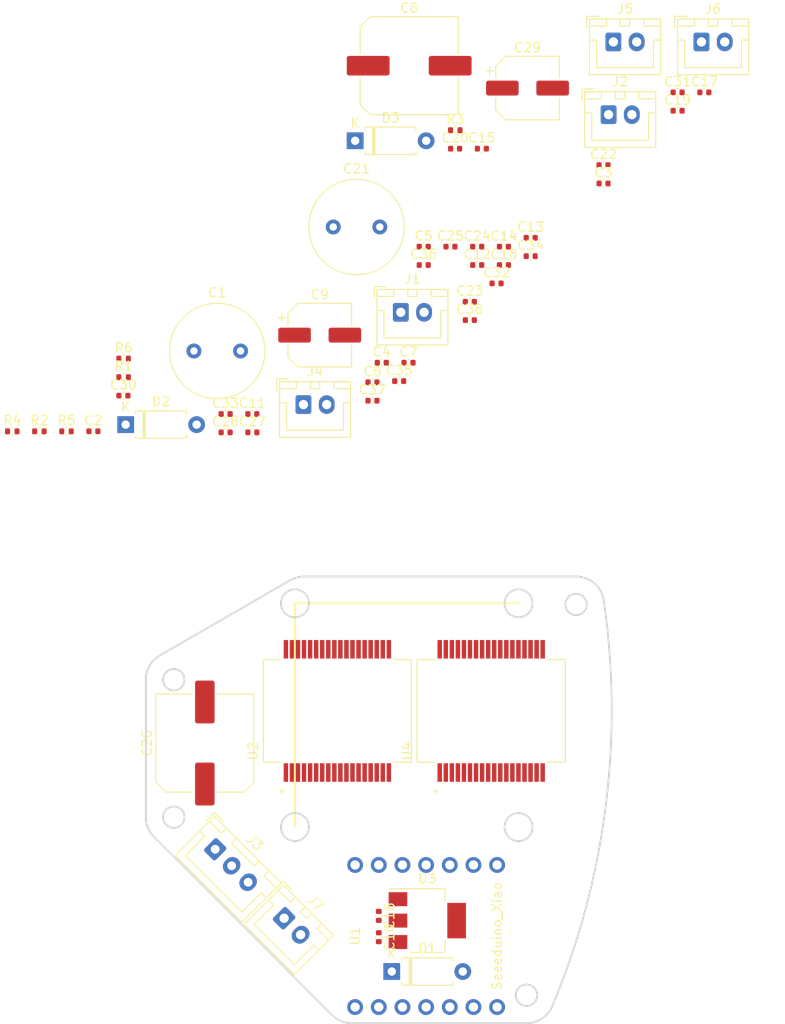
<source format=kicad_pcb>
(kicad_pcb (version 20211014) (generator pcbnew)
  (layers (0 "F.Cu" signal) (31 "B.Cu" signal) (34 "B.Paste" user) (35 "F.Paste" user) (36 "B.SilkS" user "B.Silkscreen") (37 "F.SilkS" user "F.Silkscreen") (38 "B.Mask" user) (39 "F.Mask" user) (44 "Edge.Cuts" user))
  (net 0 "")
  (net 1 "+12V")
  (net 2 "GND")
  (net 3 "Net-(C4-Pad1)")
  (net 4 "Net-(C8-Pad2)")
  (net 5 "+5V")
  (net 6 "Net-(C13-Pad1)")
  (net 7 "Net-(C13-Pad2)")
  (net 8 "Net-(C15-Pad1)")
  (net 9 "Net-(C15-Pad2)")
  (net 10 "+3V3")
  (net 11 "Net-(C18-Pad1)")
  (net 12 "Net-(C18-Pad2)")
  (net 13 "Net-(C20-Pad1)")
  (net 14 "Net-(C20-Pad2)")
  (net 15 "Net-(C24-Pad1)")
  (net 16 "Net-(C28-Pad2)")
  (net 17 "Net-(C32-Pad1)")
  (net 18 "Net-(C32-Pad2)")
  (net 19 "Net-(C34-Pad1)")
  (net 20 "Net-(C34-Pad2)")
  (net 21 "Net-(C36-Pad1)")
  (net 22 "Net-(C36-Pad2)")
  (net 23 "Net-(C38-Pad1)")
  (net 24 "Net-(C38-Pad2)")
  (net 25 "Net-(D2-Pad2)")
  (net 26 "Net-(D3-Pad2)")
  (net 27 "RX")
  (net 28 "TX")
  (net 29 "Net-(R2-Pad2)")
  (net 30 "Net-(R3-Pad1)")
  (net 31 "Net-(R5-Pad2)")
  (net 32 "Net-(R6-Pad1)")
  (net 33 "PWM1")
  (net 34 "PWM2")
  (net 35 "PWM3")
  (net 36 "PWM4")
  (net 37 "Reset1")
  (net 38 "Reset2")
  (net 39 "Reset3")
  (net 40 "Reset4")
  (footprint "Connector_JST:JST_XH_B2B-XH-A_1x02_P2.50mm_Vertical" (layer "F.Cu") (at 177.5818 20.3016)
    (fp_text reference "J5" (at 1.25 -3.55) (layer "F.SilkS"))
    (fp_text value "Conn_01x02_Female")
    (pad "1" thru_hole roundrect (at 0 0) (size 1.7 2) (drill 1) (layers *.Cu *.Mask) (roundrect_rratio 0.147059) (net 24 "Net-(C38-Pad2)"))
    (pad "2" thru_hole oval (at 2.5 0) (size 1.7 2) (drill 1) (layers *.Cu *.Mask) (net 22 "Net-(C36-Pad2)"))
  )
  (footprint "Capacitor_SMD:C_0402_1005Metric" (layer "F.Cu") (at 135.9618 60.2116)
    (fp_text reference "C33" (at 0 -1.16) (layer "F.SilkS"))
    (fp_text value "1μ")
    (pad "1" smd roundrect (at -0.48 0) (size 0.56 0.62) (layers "F.Cu" "F.Paste" "F.Mask") (net 1 "+12V"))
    (pad "2" smd roundrect (at 0.48 0) (size 0.56 0.62) (layers "F.Cu" "F.Paste" "F.Mask") (net 2 "GND"))
  )
  (footprint "Capacitor_SMD:C_0402_1005Metric" (layer "F.Cu") (at 152.4 116.332 -90)
    (fp_text reference "C10" (at 0 -1.16 90) (layer "F.SilkS"))
    (fp_text value "10μ")
    (pad "1" smd roundrect (at -0.48 0 270) (size 0.56 0.62) (layers "F.Cu" "F.Paste" "F.Mask") (net 2 "GND"))
    (pad "2" smd roundrect (at 0.48 0 270) (size 0.56 0.62) (layers "F.Cu" "F.Paste" "F.Mask") (net 5 "+5V"))
  )
  (footprint "Capacitor_SMD:C_0402_1005Metric" (layer "F.Cu") (at 165.8318 44.2316)
    (fp_text reference "C18" (at 0 -1.16) (layer "F.SilkS"))
    (fp_text value "100n")
    (pad "1" smd roundrect (at -0.48 0) (size 0.56 0.62) (layers "F.Cu" "F.Paste" "F.Mask") (net 11 "Net-(C18-Pad1)"))
    (pad "2" smd roundrect (at 0.48 0) (size 0.56 0.62) (layers "F.Cu" "F.Paste" "F.Mask") (net 12 "Net-(C18-Pad2)"))
  )
  (footprint "Lib:seeeduinoXIAO" (layer "F.Cu") (at 157.48 116.205 90)
    (fp_text reference "U1" (at 0 -7.62 90) (layer "F.SilkS"))
    (fp_text value "Seeeduino_Xiao" (at 0 7.62 90) (layer "F.SilkS"))
    (pad "1" thru_hole circle (at 7.62 7.62 90) (size 1.7 1.7) (drill 1) (layers *.Cu *.Mask) (net 33 "PWM1"))
    (pad "2" thru_hole circle (at 7.62 5.08 90) (size 1.7 1.7) (drill 1) (layers *.Cu *.Mask) (net 34 "PWM2"))
    (pad "3" thru_hole circle (at 7.62 2.54 90) (size 1.7 1.7) (drill 1) (layers *.Cu *.Mask) (net 35 "PWM3"))
    (pad "4" thru_hole circle (at 7.62 0 90) (size 1.7 1.7) (drill 1) (layers *.Cu *.Mask) (net 36 "PWM4"))
    (pad "5" thru_hole circle (at 7.62 -2.54 90) (size 1.7 1.7) (drill 1) (layers *.Cu *.Mask) (net 37 "Reset1"))
    (pad "6" thru_hole circle (at 7.62 -5.08 90) (size 1.7 1.7) (drill 1) (layers *.Cu *.Mask) (net 38 "Reset2"))
    (pad "7" thru_hole circle (at 7.62 -7.62 90) (size 1.7 1.7) (drill 1) (layers *.Cu *.Mask) (net 27 "RX"))
    (pad "8" thru_hole circle (at -7.62 -7.62 90) (size 1.7 1.7) (drill 1) (layers *.Cu *.Mask) (net 28 "TX"))
    (pad "9" thru_hole circle (at -7.62 -5.08 90) (size 1.7 1.7) (drill 1) (layers *.Cu *.Mask) (net 39 "Reset3"))
    (pad "10" thru_hole circle (at -7.62 -2.54 90) (size 1.7 1.7) (drill 1) (layers *.Cu *.Mask) (net 40 "Reset4"))
    (pad "11" thru_hole circle (at -7.62 0 90) (size 1.7 1.7) (drill 1) (layers *.Cu *.Mask))
    (pad "12" thru_hole circle (at -7.62 2.54 90) (size 1.7 1.7) (drill 1) (layers *.Cu *.Mask) (net 10 "+3V3"))
    (pad "13" thru_hole circle (at -7.62 5.08 90) (size 1.7 1.7) (drill 1) (layers *.Cu *.Mask) (net 2 "GND"))
    (pad "14" thru_hole circle (at -7.62 7.62 90) (size 1.7 1.7) (drill 1) (layers *.Cu *.Mask))
  )
  (footprint "Capacitor_SMD:C_0402_1005Metric" (layer "F.Cu") (at 152.4 114.046 -90)
    (fp_text reference "C16" (at 0 -1.16 90) (layer "F.SilkS"))
    (fp_text value "22μ")
    (pad "1" smd roundrect (at -0.48 0 270) (size 0.56 0.62) (layers "F.Cu" "F.Paste" "F.Mask") (net 2 "GND"))
    (pad "2" smd roundrect (at 0.48 0 270) (size 0.56 0.62) (layers "F.Cu" "F.Paste" "F.Mask") (net 10 "+3V3"))
  )
  (footprint "Capacitor_SMD:C_0402_1005Metric" (layer "F.Cu") (at 162.9618 42.2616)
    (fp_text reference "C24" (at 0 -1.16) (layer "F.SilkS"))
    (fp_text value "10n")
    (pad "1" smd roundrect (at -0.48 0) (size 0.56 0.62) (layers "F.Cu" "F.Paste" "F.Mask") (net 15 "Net-(C24-Pad1)"))
    (pad "2" smd roundrect (at 0.48 0) (size 0.56 0.62) (layers "F.Cu" "F.Paste" "F.Mask") (net 2 "GND"))
  )
  (footprint "Capacitor_SMD:C_0402_1005Metric" (layer "F.Cu") (at 151.7218 58.7816)
    (fp_text reference "C37" (at 0 -1.16) (layer "F.SilkS"))
    (fp_text value "1μ")
    (pad "1" smd roundrect (at -0.48 0) (size 0.56 0.62) (layers "F.Cu" "F.Paste" "F.Mask") (net 1 "+12V"))
    (pad "2" smd roundrect (at 0.48 0) (size 0.56 0.62) (layers "F.Cu" "F.Paste" "F.Mask") (net 2 "GND"))
  )
  (footprint "Capacitor_SMD:C_0402_1005Metric" (layer "F.Cu") (at 160.5918 31.7516)
    (fp_text reference "C20" (at 0 -1.16) (layer "F.SilkS"))
    (fp_text value "100n")
    (pad "1" smd roundrect (at -0.48 0) (size 0.56 0.62) (layers "F.Cu" "F.Paste" "F.Mask") (net 13 "Net-(C20-Pad1)"))
    (pad "2" smd roundrect (at 0.48 0) (size 0.56 0.62) (layers "F.Cu" "F.Paste" "F.Mask") (net 14 "Net-(C20-Pad2)"))
  )
  (footprint "Diode_THT:D_A-405_P7.62mm_Horizontal" (layer "F.Cu") (at 125.2318 61.3516)
    (fp_text reference "D2" (at 3.81 -2.47) (layer "F.SilkS"))
    (fp_text value "D")
    (fp_text user "K" (at 0 -1.9) (layer "F.SilkS"))
    (pad "1" thru_hole rect (at 0 0) (size 1.8 1.8) (drill 0.9) (layers *.Cu *.Mask) (net 1 "+12V"))
    (pad "2" thru_hole oval (at 7.62 0) (size 1.8 1.8) (drill 0.9) (layers *.Cu *.Mask) (net 25 "Net-(D2-Pad2)"))
  )
  (footprint "Capacitor_SMD:CP_Elec_6.3x7.7" (layer "F.Cu") (at 168.3618 25.2516)
    (fp_text reference "C29" (at 0 -4.35) (layer "F.SilkS"))
    (fp_text value "47μ")
    (pad "1" smd roundrect (at -2.7 0) (size 3.5 1.6) (layers "F.Cu" "F.Paste" "F.Mask") (roundrect_rratio 0.15625) (net 1 "+12V"))
    (pad "2" smd roundrect (at 2.7 0) (size 3.5 1.6) (layers "F.Cu" "F.Paste" "F.Mask") (roundrect_rratio 0.15625) (net 2 "GND"))
  )
  (footprint "Capacitor_SMD:C_0402_1005Metric" (layer "F.Cu") (at 165.8318 42.2616)
    (fp_text reference "C14" (at 0 -1.16) (layer "F.SilkS"))
    (fp_text value "1μ")
    (pad "1" smd roundrect (at -0.48 0) (size 0.56 0.62) (layers "F.Cu" "F.Paste" "F.Mask") (net 1 "+12V"))
    (pad "2" smd roundrect (at 0.48 0) (size 0.56 0.62) (layers "F.Cu" "F.Paste" "F.Mask") (net 2 "GND"))
  )
  (footprint "Resistor_SMD:R_0402_1005Metric" (layer "F.Cu") (at 113.0618 62.0716)
    (fp_text reference "R4" (at 0 -1.17) (layer "F.SilkS"))
    (fp_text value "3.3")
    (pad "1" smd roundrect (at -0.51 0) (size 0.54 0.64) (layers "F.Cu" "F.Paste" "F.Mask") (net 1 "+12V"))
    (pad "2" smd roundrect (at 0.51 0) (size 0.54 0.64) (layers "F.Cu" "F.Paste" "F.Mask") (net 15 "Net-(C24-Pad1)"))
  )
  (footprint "Capacitor_SMD:C_0402_1005Metric" (layer "F.Cu") (at 187.3418 25.7116)
    (fp_text reference "C17" (at 0 -1.16) (layer "F.SilkS"))
    (fp_text value "1μ")
    (pad "1" smd roundrect (at -0.48 0) (size 0.56 0.62) (layers "F.Cu" "F.Paste" "F.Mask") (net 1 "+12V"))
    (pad "2" smd roundrect (at 0.48 0) (size 0.56 0.62) (layers "F.Cu" "F.Paste" "F.Mask") (net 2 "GND"))
  )
  (footprint "Connector_JST:JST_XH_B2B-XH-A_1x02_P2.50mm_Vertical" (layer "F.Cu") (at 154.7618 49.3016)
    (fp_text reference "J1" (at 1.25 -3.55) (layer "F.SilkS"))
    (fp_text value "Conn_01x02_Female")
    (pad "1" thru_hole roundrect (at 0 0) (size 1.7 2) (drill 1) (layers *.Cu *.Mask) (roundrect_rratio 0.147059) (net 14 "Net-(C20-Pad2)"))
    (pad "2" thru_hole oval (at 2.5 0) (size 1.7 2) (drill 1) (layers *.Cu *.Mask) (net 12 "Net-(C18-Pad2)"))
  )
  (footprint "Capacitor_THT:C_Radial_D10.0mm_H20.0mm_P5.00mm" (layer "F.Cu") (at 132.5618 53.4516)
    (fp_text reference "C1" (at 2.5 -6.25) (layer "F.SilkS"))
    (fp_text value "1000μ")
    (pad "1" thru_hole circle (at 0 0) (size 1.6 1.6) (drill 0.8) (layers *.Cu *.Mask) (net 1 "+12V"))
    (pad "2" thru_hole circle (at 5 0) (size 1.6 1.6) (drill 0.8) (layers *.Cu *.Mask) (net 2 "GND"))
  )
  (footprint "Capacitor_SMD:C_0402_1005Metric" (layer "F.Cu") (at 176.5218 35.4816)
    (fp_text reference "C3" (at 0 -1.16) (layer "F.SilkS"))
    (fp_text value "100n")
    (pad "1" smd roundrect (at -0.48 0) (size 0.56 0.62) (layers "F.Cu" "F.Paste" "F.Mask") (net 1 "+12V"))
    (pad "2" smd roundrect (at 0.48 0) (size 0.56 0.62) (layers "F.Cu" "F.Paste" "F.Mask") (net 2 "GND"))
  )
  (footprint "Capacitor_SMD:C_0402_1005Metric" (layer "F.Cu") (at 168.7018 43.2816)
    (fp_text reference "C34" (at 0 -1.16) (layer "F.SilkS"))
    (fp_text value "100n")
    (pad "1" smd roundrect (at -0.48 0) (size 0.56 0.62) (layers "F.Cu" "F.Paste" "F.Mask") (net 19 "Net-(C34-Pad1)"))
    (pad "2" smd roundrect (at 0.48 0) (size 0.56 0.62) (layers "F.Cu" "F.Paste" "F.Mask") (net 20 "Net-(C34-Pad2)"))
  )
  (footprint "Capacitor_SMD:C_0402_1005Metric" (layer "F.Cu") (at 162.9618 44.2316)
    (fp_text reference "C12" (at 0 -1.16) (layer "F.SilkS"))
    (fp_text value "1μ")
    (pad "1" smd roundrect (at -0.48 0) (size 0.56 0.62) (layers "F.Cu" "F.Paste" "F.Mask") (net 1 "+12V"))
    (pad "2" smd roundrect (at 0.48 0) (size 0.56 0.62) (layers "F.Cu" "F.Paste" "F.Mask") (net 2 "GND"))
  )
  (footprint "Capacitor_SMD:C_0402_1005Metric" (layer "F.Cu") (at 121.7718 62.0616)
    (fp_text reference "C2" (at 0 -1.16) (layer "F.SilkS"))
    (fp_text value "100n")
    (pad "1" smd roundrect (at -0.48 0) (size 0.56 0.62) (layers "F.Cu" "F.Paste" "F.Mask") (net 1 "+12V"))
    (pad "2" smd roundrect (at 0.48 0) (size 0.56 0.62) (layers "F.Cu" "F.Paste" "F.Mask") (net 2 "GND"))
  )
  (footprint "Capacitor_SMD:C_0402_1005Metric" (layer "F.Cu") (at 168.7018 41.3116)
    (fp_text reference "C13" (at 0 -1.16) (layer "F.SilkS"))
    (fp_text value "100n")
    (pad "1" smd roundrect (at -0.48 0) (size 0.56 0.62) (layers "F.Cu" "F.Paste" "F.Mask") (net 6 "Net-(C13-Pad1)"))
    (pad "2" smd roundrect (at 0.48 0) (size 0.56 0.62) (layers "F.Cu" "F.Paste" "F.Mask") (net 7 "Net-(C13-Pad2)"))
  )
  (footprint "Resistor_SMD:R_0402_1005Metric" (layer "F.Cu") (at 160.6118 29.7716)
    (fp_text reference "R3" (at 0 -1.17) (layer "F.SilkS"))
    (fp_text value "R")
    (pad "1" smd roundrect (at -0.51 0) (size 0.54 0.64) (layers "F.Cu" "F.Paste" "F.Mask") (net 30 "Net-(R3-Pad1)"))
    (pad "2" smd roundrect (at 0.51 0) (size 0.54 0.64) (layers "F.Cu" "F.Paste" "F.Mask") (net 2 "GND"))
  )
  (footprint "Capacitor_SMD:C_0402_1005Metric" (layer "F.Cu") (at 154.5918 56.6816)
    (fp_text reference "C35" (at 0 -1.16) (layer "F.SilkS"))
    (fp_text value "1μ")
    (pad "1" smd roundrect (at -0.48 0) (size 0.56 0.62) (layers "F.Cu" "F.Paste" "F.Mask") (net 1 "+12V"))
    (pad "2" smd roundrect (at 0.48 0) (size 0.56 0.62) (layers "F.Cu" "F.Paste" "F.Mask") (net 2 "GND"))
  )
  (footprint "Capacitor_SMD:C_0402_1005Metric" (layer "F.Cu") (at 155.5918 54.7116)
    (fp_text reference "C7" (at 0 -1.16) (layer "F.SilkS"))
    (fp_text value "100n")
    (pad "1" smd roundrect (at -0.48 0) (size 0.56 0.62) (layers "F.Cu" "F.Paste" "F.Mask") (net 1 "+12V"))
    (pad "2" smd roundrect (at 0.48 0) (size 0.56 0.62) (layers "F.Cu" "F.Paste" "F.Mask") (net 2 "GND"))
  )
  (footprint "Connector_JST:JST_XH_B2B-XH-A_1x02_P2.50mm_Vertical" (layer "F.Cu") (at 144.3118 59.2016)
    (fp_text reference "J4" (at 1.25 -3.55) (layer "F.SilkS"))
    (fp_text value "Conn_01x02_Female")
    (pad "1" thru_hole roundrect (at 0 0) (size 1.7 2) (drill 1) (layers *.Cu *.Mask) (roundrect_rratio 0.147059) (net 2 "GND"))
    (pad "2" thru_hole oval (at 2.5 0) (size 1.7 2) (drill 1) (layers *.Cu *.Mask) (net 1 "+12V"))
  )
  (footprint "Capacitor_SMD:C_0402_1005Metric" (layer "F.Cu") (at 138.8318 60.2116)
    (fp_text reference "C11" (at 0 -1.16) (layer "F.SilkS"))
    (fp_text value "1μ")
    (pad "1" smd roundrect (at -0.48 0) (size 0.56 0.62) (layers "F.Cu" "F.Paste" "F.Mask") (net 1 "+12V"))
    (pad "2" smd roundrect (at 0.48 0) (size 0.56 0.62) (layers "F.Cu" "F.Paste" "F.Mask") (net 2 "GND"))
  )
  (footprint "Package_TO_SOT_SMD:SOT-223-3_TabPin2" (layer "F.Cu") (at 157.607 114.554)
    (fp_text reference "U3" (at 0 -4.5) (layer "F.SilkS"))
    (fp_text value "AMS1117-3.3")
    (pad "1" smd rect (at -3.15 -2.3) (size 2 1.5) (layers "F.Cu" "F.Paste" "F.Mask") (net 2 "GND"))
    (pad "2" smd rect (at 3.15 0) (size 2 3.8) (layers "F.Cu" "F.Paste" "F.Mask") (net 10 "+3V3"))
    (pad "2" smd rect (at -3.15 0) (size 2 1.5) (layers "F.Cu" "F.Paste" "F.Mask") (net 10 "+3V3"))
    (pad "3" smd rect (at -3.15 2.3) (size 2 1.5) (layers "F.Cu" "F.Paste" "F.Mask") (net 5 "+5V"))
  )
  (footprint "Capacitor_SMD:C_0402_1005Metric" (layer "F.Cu") (at 163.4618 31.7516)
    (fp_text reference "C15" (at 0 -1.16) (layer "F.SilkS"))
    (fp_text value "100n")
    (pad "1" smd roundrect (at -0.48 0) (size 0.56 0.62) (layers "F.Cu" "F.Paste" "F.Mask") (net 8 "Net-(C15-Pad1)"))
    (pad "2" smd roundrect (at 0.48 0) (size 0.56 0.62) (layers "F.Cu" "F.Paste" "F.Mask") (net 9 "Net-(C15-Pad2)"))
  )
  (footprint "DRV8432DKD:SOP65P1420X360-36N" (layer "F.Cu") (at 147.955 92.0595 90)
    (fp_text reference "U2" (at -4.315 -9.035 90) (layer "F.SilkS"))
    (fp_text value "DRV8432DKD")
    (pad "1" smd roundrect locked (at -6.61 -5.525 90) (size 1.99 0.48) (layers "F.Cu" "F.Paste" "F.Mask") (roundrect_rratio 0.06) (net 1 "+12V"))
    (pad "2" smd roundrect locked (at -6.61 -4.875 90) (size 1.99 0.48) (layers "F.Cu" "F.Paste" "F.Mask") (roundrect_rratio 0.06))
    (pad "3" smd roundrect locked (at -6.61 -4.225 90) (size 1.99 0.48) (layers "F.Cu" "F.Paste" "F.Mask") (roundrect_rratio 0.06))
    (pad "4" smd roundrect locked (at -6.61 -3.575 90) (size 1.99 0.48) (layers "F.Cu" "F.Paste" "F.Mask") (roundrect_rratio 0.06) (net 33 "PWM1"))
    (pad "5" smd roundrect locked (at -6.61 -2.925 90) (size 1.99 0.48) (layers "F.Cu" "F.Paste" "F.Mask") (roundrect_rratio 0.06) (net 37 "Reset1"))
    (pad "6" smd roundrect locked (at -6.61 -2.275 90) (size 1.99 0.48) (layers "F.Cu" "F.Paste" "F.Mask") (roundrect_rratio 0.06) (net 2 "GND"))
    (pad "7" smd roundrect locked (at -6.61 -1.625 90) (size 1.99 0.48) (layers "F.Cu" "F.Paste" "F.Mask") (roundrect_rratio 0.06) (net 30 "Net-(R3-Pad1)"))
    (pad "8" smd roundrect locked (at -6.61 -0.975 90) (size 1.99 0.48) (layers "F.Cu" "F.Paste" "F.Mask") (roundrect_rratio 0.06) (net 29 "Net-(R2-Pad2)"))
    (pad "9" smd roundrect locked (at -6.61 -0.325 90) (size 1.99 0.48) (layers "F.Cu" "F.Paste" "F.Mask") (roundrect_rratio 0.06) (net 2 "GND"))
    (pad "10" smd roundrect locked (at -6.61 0.325 90) (size 1.99 0.48) (layers "F.Cu" "F.Paste" "F.Mask") (roundrect_rratio 0.06) (net 4 "Net-(C8-Pad2)"))
    (pad "11" smd roundrect locked (at -6.61 0.975 90) (size 1.99 0.48) (layers "F.Cu" "F.Paste" "F.Mask") (roundrect_rratio 0.06) (net 2 "GND"))
    (pad "12" smd roundrect locked (at -6.61 1.625 90) (size 1.99 0.48) (layers "F.Cu" "F.Paste" "F.Mask") (roundrect_rratio 0.06) (net 4 "Net-(C8-Pad2)"))
    (pad "13" smd roundrect locked (at -6.61 2.275 90) (size 1.99 0.48) (layers "F.Cu" "F.Paste" "F.Mask") (roundrect_rratio 0.06) (net 4 "Net-(C8-Pad2)"))
    (pad "14" smd roundrect locked (at -6.61 2.925 90) (size 1.99 0.48) (layers "F.Cu" "F.Paste" "F.Mask") (roundrect_rratio 0.06) (net 34 "PWM2"))
    (pad "15" smd roundrect locked (at -6.61 3.575 90) (size 1.99 0.48) (layers "F.Cu" "F.Paste" "F.Mask") (roundrect_rratio 0.06) (net 38 "Reset2"))
    (pad "16" smd roundrect locked (at -6.61 4.225 90) (size 1.99 0.48) (layers "F.Cu" "F.Paste" "F.Mask") (roundrect_rratio 0.06) (net 2 "GND"))
    (pad "17" smd roundrect locked (at -6.61 4.875 90) (size 1.99 0.48) (layers "F.Cu" "F.Paste" "F.Mask") (roundrect_rratio 0.06) (net 1 "+12V"))
    (pad "18" smd roundrect locked (at -6.61 5.525 90) (size 1.99 0.48) (layers "F.Cu" "F.Paste" "F.Mask") (roundrect_rratio 0.06) (net 1 "+12V"))
    (pad "19" smd roundrect locked (at 6.61 5.525 90) (size 1.99 0.48) (layers "F.Cu" "F.Paste" "F.Mask") (roundrect_rratio 0.06) (net 1 "+12V"))
    (pad "20" smd roundrect locked (at 6.61 4.875 90) (size 1.99 0.48) (layers "F.Cu" "F.Paste" "F.Mask") (roundrect_rratio 0.06) (net 6 "Net-(C13-Pad1)"))
    (pad "21" smd roundrect locked (at 6.61 4.225 90) (size 1.99 0.48) (layers "F.Cu" "F.Paste" "F.Mask") (roundrect_rratio 0.06) (net 1 "+12V"))
    (pad "22" smd roundrect locked (at 6.61 3.575 90) (size 1.99 0.48) (layers "F.Cu" "F.Paste" "F.Mask") (roundrect_rratio 0.06) (net 7 "Net-(C13-Pad2)"))
    (pad "23" smd roundrect locked (at 6.61 2.925 90) (size 1.99 0.48) (layers "F.Cu" "F.Paste" "F.Mask") (roundrect_rratio 0.06) (net 2 "GND"))
    (pad "24" smd roundrect locked (at 6.61 2.275 90) (size 1.99 0.48) (layers "F.Cu" "F.Paste" "F.Mask") (roundrect_rratio 0.06) (net 2 "GND"))
    (pad "25" smd roundrect locked (at 6.61 1.625 90) (size 1.99 0.48) (layers "F.Cu" "F.Paste" "F.Mask") (roundrect_rratio 0.06) (net 9 "Net-(C15-Pad2)"))
    (pad "26" smd roundrect locked (at 6.61 0.975 90) (size 1.99 0.48) (layers "F.Cu" "F.Paste" "F.Mask") (roundrect_rratio 0.06) (net 1 "+12V"))
    (pad "27" smd roundrect locked (at 6.61 0.325 90) (size 1.99 0.48) (layers "F.Cu" "F.Paste" "F.Mask") (roundrect_rratio 0.06) (net 8 "Net-(C15-Pad1)"))
    (pad "28" smd roundrect locked (at 6.61 -0.325 90) (size 1.99 0.48) (layers "F.Cu" "F.Paste" "F.Mask") (roundrect_rratio 0.06) (net 11 "Net-(C18-Pad1)"))
    (pad "29" smd roundrect locked (at 6.61 -0.975 90) (size 1.99 0.48) (layers "F.Cu" "F.Paste" "F.Mask") (roundrect_rratio 0.06) (net 1 "+12V"))
    (pad "30" smd roundrect locked (at 6.61 -1.625 90) (size 1.99 0.48) (layers "F.Cu" "F.Paste" "F.Mask") (roundrect_rratio 0.06) (net 12 "Net-(C18-Pad2)"))
    (pad "31" smd roundrect locked (at 6.61 -2.275 90) (size 1.99 0.48) (layers "F.Cu" "F.Paste" "F.Mask") (roundrect_rratio 0.06) (net 2 "GND"))
    (pad "32" smd roundrect locked (at 6.61 -2.925 90) (size 1.99 0.48) (layers "F.Cu" "F.Paste" "F.Mask") (roundrect_rratio 0.06) (net 2 "GND"))
    (pad "33" smd roundrect locked (at 6.61 -3.575 90) (size 1.99 0.48) (layers "F.Cu" "F.Paste" "F.Mask") (roundrect_rratio 0.06) (net 14 "Net-(C20-Pad2)"))
    (pad "34" smd roundrect locked (at 6.61 -4.225 90) (size 1.99 0.48) (layers "F.Cu" "F.Paste" "F.Mask") (roundrect_rratio 0.06) (net 1 "+12V"))
    (pad "35" smd roundrect locked (at 6.61 -4.875 90) (size 1.99 0.48) (layers "F.Cu" "F.Paste" "F.Mask") (roundrect_rratio 0.06) (net 13 "Net-(C20-Pad1)"))
    (pad "36" smd roundrect locked (at 6.61 -5.525 90) (size 1.99 0.48) (layers "F.Cu" "F.Paste" "F.Mask") (roundrect_rratio 0.06) (net 1 "+12V"))
  )
  (footprint "Resistor_SMD:R_0402_1005Metric" (layer "F.Cu") (at 125.0118 54.2716)
    (fp_text reference "R6" (at 0 -1.17) (layer "F.SilkS"))
    (fp_text value "R")
    (pad "1" smd roundrect (at -0.51 0) (size 0.54 0.64) (layers "F.Cu" "F.Paste" "F.Mask") (net 32 "Net-(R6-Pad1)"))
    (pad "2" smd roundrect (at 0.51 0) (size 0.54 0.64) (layers "F.Cu" "F.Paste" "F.Mask") (net 2 "GND"))
  )
  (footprint "DRV8432DKD:SOP65P1420X360-36N" (layer "F.Cu") (at 164.465 92.0595 90)
    (fp_text reference "U4" (at -4.315 -9.035 90) (layer "F.SilkS"))
    (fp_text value "DRV8432DKD")
    (pad "1" smd roundrect locked (at -6.61 -5.525 90) (size 1.99 0.48) (layers "F.Cu" "F.Paste" "F.Mask") (roundrect_rratio 0.06) (net 1 "+12V"))
    (pad "2" smd roundrect locked (at -6.61 -4.875 90) (size 1.99 0.48) (layers "F.Cu" "F.Paste" "F.Mask") (roundrect_rratio 0.06))
    (pad "3" smd roundrect locked (at -6.61 -4.225 90) (size 1.99 0.48) (layers "F.Cu" "F.Paste" "F.Mask") (roundrect_rratio 0.06))
    (pad "4" smd roundrect locked (at -6.61 -3.575 90) (size 1.99 0.48) (layers "F.Cu" "F.Paste" "F.Mask") (roundrect_rratio 0.06) (net 35 "PWM3"))
    (pad "5" smd roundrect locked (at -6.61 -2.925 90) (size 1.99 0.48) (layers "F.Cu" "F.Paste" "F.Mask") (roundrect_rratio 0.06) (net 39 "Reset3"))
    (pad "6" smd roundrect locked (at -6.61 -2.275 90) (size 1.99 0.48) (layers "F.Cu" "F.Paste" "F.Mask") (roundrect_rratio 0.06) (net 2 "GND"))
    (pad "7" smd roundrect locked (at -6.61 -1.625 90) (size 1.99 0.48) (layers "F.Cu" "F.Paste" "F.Mask") (roundrect_rratio 0.06) (net 32 "Net-(R6-Pad1)"))
    (pad "8" smd roundrect locked (at -6.61 -0.975 90) (size 1.99 0.48) (layers "F.Cu" "F.Paste" "F.Mask") (roundrect_rratio 0.06) (net 31 "Net-(R5-Pad2)"))
    (pad "9" smd roundrect locked (at -6.61 -0.325 90) (size 1.99 0.48) (layers "F.Cu" "F.Paste" "F.Mask") (roundrect_rratio 0.06) (net 2 "GND"))
    (pad "10" smd roundrect locked (at -6.61 0.325 90) (size 1.99 0.48) (layers "F.Cu" "F.Paste" "F.Mask") (roundrect_rratio 0.06) (net 16 "Net-(C28-Pad2)"))
    (pad "11" smd roundrect locked (at -6.61 0.975 90) (size 1.99 0.48) (layers "F.Cu" "F.Paste" "F.Mask") (roundrect_rratio 0.06) (net 2 "GND"))
    (pad "12" smd roundrect locked (at -6.61 1.625 90) (size 1.99 0.48) (layers "F.Cu" "F.Paste" "F.Mask") (roundrect_rratio 0.06) (net 16 "Net-(C28-Pad2)"))
    (pad "13" smd roundrect locked (at -6.61 2.275 90) (size 1.99 0.48) (layers "F.Cu" "F.Paste" "F.Mask") (roundrect_rratio 0.06) (net 16 "Net-(C28-Pad2)"))
    (pad "14" smd roundrect locked (at -6.61 2.925 90) (size 1.99 0.48) (layers "F.Cu" "F.Paste" "F.Mask") (roundrect_rratio 0.06) (net 36 "PWM4"))
    (pad "15" smd roundrect locked (at -6.61 3.575 90) (size 1.99 0.48) (layers "F.Cu" "F.Paste" "F.Mask") (roundrect_rratio 0.06) (net 40 "Reset4"))
    (pad "16" smd roundrect locked (at -6.61 4.225 90) (size 1.99 0.48) (layers "F.Cu" "F.Paste" "F.Mask") (roundrect_rratio 0.06) (net 2 "GND"))
    (pad "17" smd roundrect locked (at -6.61 4.875 90) (size 1.99 0.48) (layers "F.Cu" "F.Paste" "F.Mask") (roundrect_rratio 0.06) (net 1 "+12V"))
    (pad "18" smd roundrect locked (at -6.61 5.525 90) (size 1.99 0.48) (layers "F.Cu" "F.Paste" "F.Mask") (roundrect_rratio 0.06) (net 1 "+12V"))
    (pad "19" smd roundrect locked (at 6.61 5.525 90) (size 1.99 0.48) (layers "F.Cu" "F.Paste" "F.Mask") (roundrect_rratio 0.06) (net 1 "+12V"))
    (pad "20" smd roundrect locked (at 6.61 4.875 90) (size 1.99 0.48) (layers "F.Cu" "F.Paste" "F.Mask") (roundrect_rratio 0.06) (net 17 "Net-(C32-Pad1)"))
    (pad "21" smd roundrect locked (at 6.61 4.225 90) (size 1.99 0.48) (layers "F.Cu" "F.Paste" "F.Mask") (roundrect_rratio 0.06) (net 1 "+12V"))
    (pad "22" smd roundrect locked (at 6.61 3.575 90) (size 1.99 0.48) (layers "F.Cu" "F.Paste" "F.Mask") (roundrect_rratio 0.06) (net 18 "Net-(C32-Pad2)"))
    (pad "23" smd roundrect locked (at 6.61 2.925 90) (size 1.99 0.48) (layers "F.Cu" "F.Paste" "F.Mask") (roundrect_rratio 0.06) (net 2 "GND"))
    (pad "24" smd roundrect locked (at 6.61 2.275 90) (size 1.99 0.48) (layers "F.Cu" "F.Paste" "F.Mask") (roundrect_rratio 0.06) (net 2 "GND"))
    (pad "25" smd roundrect locked (at 6.61 1.625 90) (size 1.99 0.48) (layers "F.Cu" "F.Paste" "F.Mask") (roundrect_rratio 0.06) (net 20 "Net-(C34-Pad2)"))
    (pad "26" smd roundrect locked (at 6.61 0.975 90) (size 1.99 0.48) (layers "F.Cu" "F.Paste" "F.Mask") (roundrect_rratio 0.06) (net 1 "+12V"))
    (pad "27" smd roundrect locked (at 6.61 0.325 90) (size 1.99 0.48) (layers "F.Cu" "F.Paste" "F.Mask") (roundrect_rratio 0.06) (net 19 "Net-(C34-Pad1)"))
    (pad "28" smd roundrect locked (at 6.61 -0.325 90) (size 1.99 0.48) (layers "F.Cu" "F.Paste" "F.Mask") (roundrect_rratio 0.06) (net 21 "Net-(C36-Pad1)"))
    (pad "29" smd roundrect locked (at 6.61 -0.975 90) (size 1.99 0.48) (layers "F.Cu" "F.Paste" "F.Mask") (roundrect_rratio 0.06) (net 1 "+12V"))
    (pad "30" smd roundrect locked (at 6.61 -1.625 90) (size 1.99 0.48) (layers "F.Cu" "F.Paste" "F.Mask") (roundrect_rratio 0.06) (net 22 "Net-(C36-Pad2)"))
    (pad "31" smd roundrect locked (at 6.61 -2.275 90) (size 1.99 0.48) (layers "F.Cu" "F.Paste" "F.Mask") (roundrect_rratio 0.06) (net 2 "GND"))
    (pad "32" smd roundrect locked (at 6.61 -2.925 90) (size 1.99 0.48) (layers "F.Cu" "F.Paste" "F.Mask") (roundrect_rratio 0.06) (net 2 "GND"))
    (pad "33" smd roundrect locked (at 6.61 -3.575 90) (size 1.99 0.48) (layers "F.Cu" "F.Paste" "F.Mask") (roundrect_rratio 0.06) (net 24 "Net-(C38-Pad2)"))
    (pad "34" smd roundrect locked (at 6.61 -4.225 90) (size 1.99 0.48) (layers "F.Cu" "F.Paste" "F.Mask") (roundrect_rratio 0.06) (net 1 "+12V"))
    (pad "35" smd roundrect locked (at 6.61 -4.875 90) (size 1.99 0.48) (layers "F.Cu" "F.Paste" "F.Mask") (roundrect_rratio 0.06) (net 23 "Net-(C38-Pad1)"))
    (pad "36" smd roundrect locked (at 6.61 -5.525 90) (size 1.99 0.48) (layers "F.Cu" "F.Paste" "F.Mask") (roundrect_rratio 0.06) (net 1 "+12V"))
  )
  (footprint "Capacitor_SMD:C_0402_1005Metric" (layer "F.Cu") (at 138.8318 62.1816)
    (fp_text reference "C27" (at 0 -1.16) (layer "F.SilkS"))
    (fp_text value "100n")
    (pad "1" smd roundrect (at -0.48 0) (size 0.56 0.62) (layers "F.Cu" "F.Paste" "F.Mask") (net 1 "+12V"))
    (pad "2" smd roundrect (at 0.48 0) (size 0.56 0.62) (layers "F.Cu" "F.Paste" "F.Mask") (net 2 "GND"))
  )
  (footprint "Capacitor_SMD:C_0402_1005Metric" (layer "F.Cu") (at 162.1718 50.1416)
    (fp_text reference "C38" (at 0 -1.16) (layer "F.SilkS"))
    (fp_text value "100n")
    (pad "1" smd roundrect (at -0.48 0) (size 0.56 0.62) (layers "F.Cu" "F.Paste" "F.Mask") (net 23 "Net-(C38-Pad1)"))
    (pad "2" smd roundrect (at 0.48 0) (size 0.56 0.62) (layers "F.Cu" "F.Paste" "F.Mask") (net 24 "Net-(C38-Pad2)"))
  )
  (footprint "Connector_JST:JST_XH_B2B-XH-A_1x02_P2.50mm_Vertical" (layer "F.Cu") (at 177.0618 28.1016)
    (fp_text reference "J2" (at 1.25 -3.55) (layer "F.SilkS"))
    (fp_text value "Conn_01x02_Female")
    (pad "1" thru_hole roundrect (at 0 0) (size 1.7 2) (drill 1) (layers *.Cu *.Mask) (roundrect_rratio 0.147059) (net 9 "Net-(C15-Pad2)"))
    (pad "2" thru_hole oval (at 2.5 0) (size 1.7 2) (drill 1) (layers *.Cu *.Mask) (net 7 "Net-(C13-Pad2)"))
  )
  (footprint "Diode_THT:D_A-405_P7.62mm_Horizontal" (layer "F.Cu") (at 149.8618 30.9016)
    (fp_text reference "D3" (at 3.81 -2.47) (layer "F.SilkS"))
    (fp_text value "D")
    (fp_text user "K" (at 0 -1.9) (layer "F.SilkS"))
    (pad "1" thru_hole rect (at 0 0) (size 1.8 1.8) (drill 0.9) (layers *.Cu *.Mask) (net 5 "+5V"))
    (pad "2" thru_hole oval (at 7.62 0) (size 1.8 1.8) (drill 0.9) (layers *.Cu *.Mask) (net 26 "Net-(D3-Pad2)"))
  )
  (footprint "Diode_THT:D_A-405_P7.62mm_Horizontal" (layer "F.Cu") (at 153.797 120.015)
    (fp_text reference "D1" (at 3.81 -2.47) (layer "F.SilkS"))
    (fp_text value "D")
    (fp_text user "K" (at 0 -1.9) (layer "F.SilkS"))
    (pad "1" thru_hole rect (at 0 0) (size 1.8 1.8) (drill 0.9) (layers *.Cu *.Mask) (net 5 "+5V"))
    (pad "2" thru_hole oval (at 7.62 0) (size 1.8 1.8) (drill 0.9) (layers *.Cu *.Mask) (net 10 "+3V3"))
  )
  (footprint "Capacitor_SMD:C_0402_1005Metric" (layer "F.Cu") (at 124.9918 58.2416)
    (fp_text reference "C30" (at 0 -1.16) (layer "F.SilkS"))
    (fp_text value "1μ")
    (pad "1" smd roundrect (at -0.48 0) (size 0.56 0.62) (layers "F.Cu" "F.Paste" "F.Mask") (net 1 "+12V"))
    (pad "2" smd roundrect (at 0.48 0) (size 0.56 0.62) (layers "F.Cu" "F.Paste" "F.Mask") (net 2 "GND"))
  )
  (footprint "Connector_JST:JST_XH_B3B-XH-A_1x03_P2.50mm_Vertical" (layer "F.Cu") (at 134.842956 106.902956 -45)
    (fp_text reference "J3" (at 2.5 -3.55 135) (layer "F.SilkS"))
    (fp_text value "Conn_01x03_Female")
    (pad "1" thru_hole roundrect (at 0 0 315) (size 1.7 1.95) (drill 0.95) (layers *.Cu *.Mask) (roundrect_rratio 0.147059) (net 25 "Net-(D2-Pad2)"))
    (pad "2" thru_hole oval (at 2.5 0 315) (size 1.7 1.95) (drill 0.95) (layers *.Cu *.Mask) (net 2 "GND"))
    (pad "3" thru_hole oval (at 5 0 315) (size 1.7 1.95) (drill 0.95) (layers *.Cu *.Mask) (net 26 "Net-(D3-Pad2)"))
  )
  (footprint "Capacitor_SMD:C_Elec_10x10.2" (layer "F.Cu") (at 155.6618 22.8516)
    (fp_text reference "C6" (at 0 -6.2) (layer "F.SilkS"))
    (fp_text value "330μ")
    (pad "1" smd roundrect (at -4.4 0) (size 4.6 2.1) (layers "F.Cu" "F.Paste" "F.Mask") (roundrect_rratio 0.119048) (net 1 "+12V"))
    (pad "2" smd roundrect (at 4.4 0) (size 4.6 2.1) (layers "F.Cu" "F.Paste" "F.Mask") (roundrect_rratio 0.119048) (net 2 "GND"))
  )
  (footprint "Capacitor_SMD:C_0402_1005Metric" (layer "F.Cu") (at 184.4718 27.6816)
    (fp_text reference "C19" (at 0 -1.16) (layer "F.SilkS"))
    (fp_text value "1μ")
    (pad "1" smd roundrect (at -0.48 0) (size 0.56 0.62) (layers "F.Cu" "F.Paste" "F.Mask") (net 1 "+12V"))
    (pad "2" smd roundrect (at 0.48 0) (size 0.56 0.62) (layers "F.Cu" "F.Paste" "F.Mask") (net 2 "GND"))
  )
  (footprint "Capacitor_SMD:C_0402_1005Metric" (layer "F.Cu") (at 151.7218 56.8116)
    (fp_text reference "C8" (at 0 -1.16) (layer "F.SilkS"))
    (fp_text value "C")
    (pad "1" smd roundrect (at -0.48 0) (size 0.56 0.62) (layers "F.Cu" "F.Paste" "F.Mask") (net 2 "GND"))
    (pad "2" smd roundrect (at 0.48 0) (size 0.56 0.62) (layers "F.Cu" "F.Paste" "F.Mask") (net 4 "Net-(C8-Pad2)"))
  )
  (footprint "Capacitor_SMD:C_0402_1005Metric" (layer "F.Cu") (at 160.0918 42.2616)
    (fp_text reference "C25" (at 0 -1.16) (layer "F.SilkS"))
    (fp_text value "100n")
    (pad "1" smd roundrect (at -0.48 0) (size 0.56 0.62) (layers "F.Cu" "F.Paste" "F.Mask") (net 1 "+12V"))
    (pad "2" smd roundrect (at 0.48 0) (size 0.56 0.62) (layers "F.Cu" "F.Paste" "F.Mask") (net 2 "GND"))
  )
  (footprint "Capacitor_SMD:C_0402_1005Metric" (layer "F.Cu") (at 152.7218 54.7116)
    (fp_text reference "C4" (at 0 -1.16) (layer "F.SilkS"))
    (fp_text value "10n")
    (pad "1" smd roundrect (at -0.48 0) (size 0.56 0.62) (layers "F.Cu" "F.Paste" "F.Mask") (net 3 "Net-(C4-Pad1)"))
    (pad "2" smd roundrect (at 0.48 0) (size 0.56 0.62) (layers "F.Cu" "F.Paste" "F.Mask") (net 2 "GND"))
  )
  (footprint "Capacitor_SMD:C_0402_1005Metric" (layer "F.Cu") (at 184.4718 25.7116)
    (fp_text reference "C31" (at 0 -1.16) (layer "F.SilkS"))
    (fp_text value "1μ")
    (pad "1" smd roundrect (at -0.48 0) (size 0.56 0.62) (layers "F.Cu" "F.Paste" "F.Mask") (net 1 "+12V"))
    (pad "2" smd roundrect (at 0.48 0) (size 0.56 0.62) (layers "F.Cu" "F.Paste" "F.Mask") (net 2 "GND"))
  )
  (footprint "Connector_JST:JST_XH_B2B-XH-A_1x02_P2.50mm_Vertical" (layer "F.Cu") (at 142.24 114.3 -45)
    (fp_text reference "J7" (at 1.25 -3.55 135) (layer "F.SilkS"))
    (fp_text value "Conn_01x02_Female")
    (pad "1" thru_hole roundrect (at 0 0 315) (size 1.7 2) (drill 1) (layers *.Cu *.Mask) (roundrect_rratio 0.147059) (net 27 "RX"))
    (pad "2" thru_hole oval (at 2.5 0 315) (size 1.7 2) (drill 1) (layers *.Cu *.Mask) (net 28 "TX"))
  )
  (footprint "Capacitor_SMD:C_0402_1005Metric" (layer "F.Cu") (at 165.0418 46.2016)
    (fp_text reference "C32" (at 0 -1.16) (layer "F.SilkS"))
    (fp_text value "100n")
    (pad "1" smd roundrect (at -0.48 0) (size 0.56 0.62) (layers "F.Cu" "F.Paste" "F.Mask") (net 17 "Net-(C32-Pad1)"))
    (pad "2" smd roundrect (at 0.48 0) (size 0.56 0.62) (layers "F.Cu" "F.Paste" "F.Mask") (net 18 "Net-(C32-Pad2)"))
  )
  (footprint "Resistor_SMD:R_0402_1005Metric" (layer "F.Cu") (at 115.9718 62.0716)
    (fp_text reference "R2" (at 0 -1.17) (layer "F.SilkS"))
    (fp_text value "R")
    (pad "1" smd roundrect (at -0.51 0) (size 0.54 0.64) (layers "F.Cu" "F.Paste" "F.Mask") (net 2 "GND"))
    (pad "2" smd roundrect (at 0.51 0) (size 0.54 0.64) (layers "F.Cu" "F.Paste" "F.Mask") (net 29 "Net-(R2-Pad2)"))
  )
  (footprint "Capacitor_SMD:C_Elec_10x10.2" (layer "F.Cu") (at 133.731 95.504 90)
    (fp_text reference "C26" (at 0 -6.2 90) (layer "F.SilkS"))
    (fp_text value "330μ")
    (pad "1" smd roundrect (at -4.4 0 90) (size 4.6 2.1) (layers "F.Cu" "F.Paste" "F.Mask") (roundrect_rratio 0.119048) (net 1 "+12V"))
    (pad "2" smd roundrect (at 4.4 0 90) (size 4.6 2.1) (layers "F.Cu" "F.Paste" "F.Mask") (roundrect_rratio 0.119048) (net 2 "GND"))
  )
  (footprint "Capacitor_SMD:C_0402_1005Metric" (layer "F.Cu") (at 135.9618 62.1816)
    (fp_text reference "C28" (at 0 -1.16) (layer "F.SilkS"))
    (fp_text value "C")
    (pad "1" smd roundrect (at -0.48 0) (size 0.56 0.62) (layers "F.Cu" "F.Paste" "F.Mask") (net 2 "GND"))
    (pad "2" smd roundrect (at 0.48 0) (size 0.56 0.62) (layers "F.Cu" "F.Paste" "F.Mask") (net 16 "Net-(C28-Pad2)"))
  )
  (footprint "Capacitor_THT:C_Radial_D10.0mm_H20.0mm_P5.00mm" (layer "F.Cu") (at 147.5118 40.1516)
    (fp_text reference "C21" (at 2.5 -6.25) (layer "F.SilkS"))
    (fp_text value "1000μ")
    (pad "1" thru_hole circle (at 0 0) (size 1.6 1.6) (drill 0.8) (layers *.Cu *.Mask) (net 1 "+12V"))
    (pad "2" thru_hole circle (at 5 0) (size 1.6 1.6) (drill 0.8) (layers *.Cu *.Mask) (net 2 "GND"))
  )
  (footprint "Resistor_SMD:R_0402_1005Metric" (layer "F.Cu") (at 125.0118 56.2616)
    (fp_text reference "R1" (at 0 -1.17) (layer "F.SilkS"))
    (fp_text value "3.3")
    (pad "1" smd roundrect (at -0.51 0) (size 0.54 0.64) (layers "F.Cu" "F.Paste" "F.Mask") (net 1 "+12V"))
    (pad "2" smd roundrect (at 0.51 0) (size 0.54 0.64) (layers "F.Cu" "F.Paste" "F.Mask") (net 3 "Net-(C4-Pad1)"))
  )
  (footprint "Capacitor_SMD:C_0402_1005Metric" (layer "F.Cu") (at 176.5218 33.5116)
    (fp_text reference "C22" (at 0 -1.16) (layer "F.SilkS"))
    (fp_text value "100n")
    (pad "1" smd roundrect (at -0.48 0) (size 0.56 0.62) (layers "F.Cu" "F.Paste" "F.Mask") (net 1 "+12V"))
    (pad "2" smd roundrect (at 0.48 0) (size 0.56 0.62) (layers "F.Cu" "F.Paste" "F.Mask") (net 2 "GND"))
  )
  (footprint "Connector_JST:JST_XH_B2B-XH-A_1x02_P2.50mm_Vertical" (layer "F.Cu") (at 187.0318 20.3016)
    (fp_text reference "J6" (at 1.25 -3.55) (layer "F.SilkS"))
    (fp_text value "Conn_01x02_Female")
    (pad "1" thru_hole roundrect (at 0 0) (size 1.7 2) (drill 1) (layers *.Cu *.Mask) (roundrect_rratio 0.147059) (net 20 "Net-(C34-Pad2)"))
    (pad "2" thru_hole oval (at 2.5 0) (size 1.7 2) (drill 1) (layers *.Cu *.Mask) (net 18 "Net-(C32-Pad2)"))
  )
  (footprint "Capacitor_SMD:C_0402_1005Metric" (layer "F.Cu") (at 157.2218 44.2316)
    (fp_text reference "C36" (at 0 -1.16) (layer "F.SilkS"))
    (fp_text value "100n")
    (pad "1" smd roundrect (at -0.48 0) (size 0.56 0.62) (layers "F.Cu" "F.Paste" "F.Mask") (net 21 "Net-(C36-Pad1)"))
    (pad "2" smd roundrect (at 0.48 0) (size 0.56 0.62) (layers "F.Cu" "F.Paste" "F.Mask") (net 22 "Net-(C36-Pad2)"))
  )
  (footprint "Capacitor_SMD:C_0402_1005Metric" (layer "F.Cu") (at 162.1718 48.1716)
    (fp_text reference "C23" (at 0 -1.16) (layer "F.SilkS"))
    (fp_text value "100n")
    (pad "1" smd roundrect (at -0.48 0) (size 0.56 0.62) (layers "F.Cu" "F.Paste" "F.Mask") (net 1 "+12V"))
    (pad "2" smd roundrect (at 0.48 0) (size 0.56 0.62) (layers "F.Cu" "F.Paste" "F.Mask") (net 2 "GND"))
  )
  (footprint "Capacitor_SMD:C_0402_1005Metric" (layer "F.Cu") (at 157.2218 42.2616)
    (fp_text reference "C5" (at 0 -1.16) (layer "F.SilkS"))
    (fp_text value "100n")
    (pad "1" smd roundrect (at -0.48 0) (size 0.56 0.62) (layers "F.Cu" "F.Paste" "F.Mask") (net 1 "+12V"))
    (pad "2" smd roundrect (at 0.48 0) (size 0.56 0.62) (layers "F.Cu" "F.Paste" "F.Mask") (net 2 "GND"))
  )
  (footprint "Capacitor_SMD:CP_Elec_6.3x7.7" (layer "F.Cu") (at 146.0618 51.7516)
    (fp_text reference "C9" (at 0 -4.35) (layer "F.SilkS"))
    (fp_text value "47μ")
    (pad "1" smd roundrect (at -2.7 0) (size 3.5 1.6) (layers "F.Cu" "F.Paste" "F.Mask") (roundrect_rratio 0.15625) (net 1 "+12V"))
    (pad "2" smd roundrect (at 2.7 0) (size 3.5 1.6) (layers "F.Cu" "F.Paste" "F.Mask") (roundrect_rratio 0.15625) (net 2 "GND"))
  )
  (footprint "Resistor_SMD:R_0402_1005Metric" (layer "F.Cu") (at 118.8818 62.0716)
    (fp_text reference "R5" (at 0 -1.17) (layer "F.SilkS"))
    (fp_text value "R")
    (pad "1" smd roundrect (at -0.51 0) (size 0.54 0.64) (layers "F.Cu" "F.Paste" "F.Mask") (net 2 "GND"))
    (pad "2" smd roundrect (at 0.51 0) (size 0.54 0.64) (layers "F.Cu" "F.Paste" "F.Mask") (net 31 "Net-(R5-Pad2)"))
  )
  (gr_line locked (start 167.386 80.518) (end 143.383 80.518) (layer "F.SilkS") (width 0.2))
  (gr_line locked (start 143.383 104.521) (end 143.383 80.518) (layer "F.SilkS") (width 0.2))
  (gr_arc locked (start 168.642764 105.36153) (mid 167.336337 106.020216) (end 166.090478 105.25311) (layer "Edge.Cuts") (width 0.2))
  (gr_arc locked (start 141.985683 105.021278) (mid 143.46366 103.02292) (end 144.766842 105.139419) (layer "Edge.Cuts") (width 0.2))
  (gr_arc locked (start 144.642764 105.36153) (mid 143.336337 106.020216) (end 142.090477 105.25311) (layer "Edge.Cuts") (width 0.2))
  (gr_line locked (start 165.985683 80.021861) (end 166.090481 79.790024) (layer "Edge.Cuts") (width 0.2))
  (gr_line locked (start 142.879837 78.043038) (end 128.9 86.1143) (layer "Edge.Cuts") (width 0.2))
  (gr_circle locked (center 130.4 103.456985) (end 129.25 103.456985) (layer "Edge.Cuts") (width 0.2) (fill none))
  (gr_arc locked (start 127.4 88.712377) (mid 127.801924 87.212377) (end 128.9 86.1143) (layer "Edge.Cuts") (width 0.2))
  (gr_arc locked (start 142.09048 79.790024) (mid 143.336339 79.022922) (end 144.642763 79.681609) (layer "Edge.Cuts") (width 0.2))
  (gr_arc locked (start 171.02607 123.718532) (mid 169.920747 125.05678) (end 168.259262 125.558887) (layer "Edge.Cuts") (width 0.2))
  (gr_line locked (start 144.766842 105.139419) (end 144.642764 105.36153) (layer "Edge.Cuts") (width 0.2))
  (gr_circle locked (center 168.259262 122.558887) (end 167.109262 122.558887) (layer "Edge.Cuts") (width 0.2) (fill none))
  (gr_arc locked (start 144.766841 79.903716) (mid 143.463662 82.020217) (end 141.985682 80.02186) (layer "Edge.Cuts") (width 0.2))
  (gr_arc locked (start 173.575989 77.641114) (mid 175.538576 78.372138) (end 176.544698 80.208945) (layer "Edge.Cuts") (width 0.2))
  (gr_circle locked (center 130.4 88.712377) (end 129.25 88.712377) (layer "Edge.Cuts") (width 0.2) (fill none))
  (gr_line locked (start 149.501903 125.558887) (end 168.259262 125.558887) (layer "Edge.Cuts") (width 0.2))
  (gr_line locked (start 142.090477 105.25311) (end 141.985683 105.021278) (layer "Edge.Cuts") (width 0.2))
  (gr_arc locked (start 165.985683 105.021277) (mid 167.463661 103.022919) (end 168.766842 105.139419) (layer "Edge.Cuts") (width 0.2))
  (gr_arc locked (start 166.090481 79.790024) (mid 167.33634 79.022922) (end 168.642764 79.681609) (layer "Edge.Cuts") (width 0.2))
  (gr_circle locked (center 173.575989 80.641114) (end 172.425989 80.641114) (layer "Edge.Cuts") (width 0.2) (fill none))
  (gr_arc locked (start 168.766842 79.903716) (mid 167.463663 82.020217) (end 165.985683 80.021861) (layer "Edge.Cuts") (width 0.2))
  (gr_line locked (start 144.642763 79.681609) (end 144.766841 79.903716) (layer "Edge.Cuts") (width 0.2))
  (gr_arc locked (start 142.879837 78.043038) (mid 143.60338 77.743337) (end 144.379837 77.641114) (layer "Edge.Cuts") (width 0.2))
  (gr_line locked (start 168.766842 105.139419) (end 168.642764 105.36153) (layer "Edge.Cuts") (width 0.2))
  (gr_arc locked (start 128.27868 105.578305) (mid 127.628362 104.605035) (end 127.4 103.456985) (layer "Edge.Cuts") (width 0.2))
  (gr_line locked (start 168.642764 79.681609) (end 168.766842 79.903716) (layer "Edge.Cuts") (width 0.2))
  (gr_line locked (start 166.090478 105.25311) (end 165.985683 105.021277) (layer "Edge.Cuts") (width 0.2))
  (gr_arc locked (start 176.544698 80.208945) (mid 176.748261 102.339541) (end 171.02607 123.718532) (layer "Edge.Cuts") (width 0.2))
  (gr_line locked (start 127.4 88.712377) (end 127.4 103.456985) (layer "Edge.Cuts") (width 0.2))
  (gr_line locked (start 173.575989 77.641114) (end 144.379837 77.641114) (layer "Edge.Cuts") (width 0.2))
  (gr_line locked (start 141.985682 80.02186) (end 142.09048 79.790024) (layer "Edge.Cuts") (width 0.2))
  (gr_line locked (start 128.27868 105.578305) (end 147.380583 124.680208) (layer "Edge.Cuts") (width 0.2))
  (gr_arc locked (start 149.501903 125.558887) (mid 148.353853 125.330526) (end 147.380583 124.680208) (layer "Edge.Cuts") (width 0.2))
)
</source>
